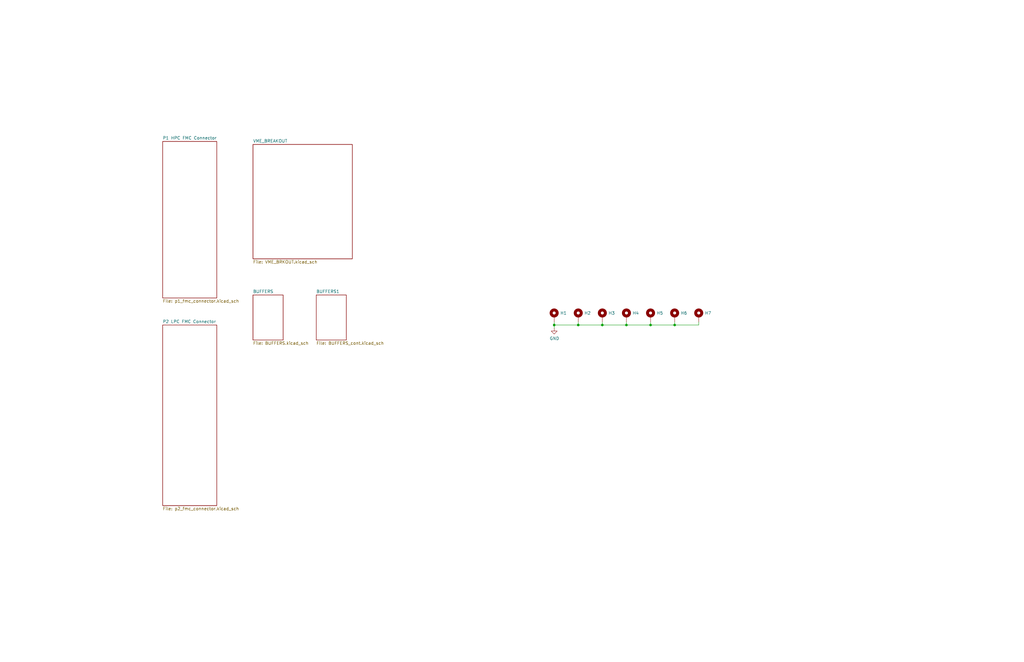
<source format=kicad_sch>
(kicad_sch (version 20231120) (generator "eeschema") (generator_version "8.0")
  (paper "B")
  (lib_symbols
    (symbol "Mechanical:MountingHole_Pad" (pin_numbers hide) (pin_names (offset 1.016) hide)
      (property "Reference" "H" (at 0 6.35 0))
      (property "Value" "MountingHole_Pad" (at 0 4.445 0))
      (symbol "MountingHole_Pad_0_1"
        (circle (center 0 1.27) (radius 1.27) (stroke (width 1.27)))
      )
      (symbol "MountingHole_Pad_1_1"
        (pin input line (at 0 -2.54 90) (length 2.54) (name "1") (number "1"))
      )
    )
    (symbol "power:GND" (power) (pin_names (offset 0))
      (property "Value" "GND" (at 0 -3.81 0))
      (symbol "GND_0_1"
        (polyline (pts (xy 0 0) (xy 0 -1.27) (xy 1.27 -1.27) (xy 0 -2.54) (xy -1.27 -1.27) (xy 0 -1.27)))
      )
      (symbol "GND_1_1"
        (pin power_in line (at 0 0 270) (length 0) hide (name "GND") (number "1"))
      )
    )
  )
  (junction (at 284.48 137.16))
  (junction (at 264.16 137.16))
  (junction (at 274.32 137.16))
  (junction (at 254 137.16))
  (junction (at 233.68 137.16))
  (junction (at 243.84 137.16))
  (wire (pts (xy 264.16 137.16) (xy 264.16 135.89)))
  (wire (pts (xy 233.68 137.16) (xy 243.84 137.16)))
  (wire (pts (xy 233.68 138.43) (xy 233.68 137.16)))
  (wire (pts (xy 254 137.16) (xy 264.16 137.16)))
  (wire (pts (xy 274.32 137.16) (xy 274.32 135.89)))
  (wire (pts (xy 254 137.16) (xy 254 135.89)))
  (wire (pts (xy 233.68 137.16) (xy 233.68 135.89)))
  (wire (pts (xy 284.48 137.16) (xy 294.64 137.16)))
  (wire (pts (xy 243.84 137.16) (xy 243.84 135.89)))
  (wire (pts (xy 243.84 137.16) (xy 254 137.16)))
  (wire (pts (xy 274.32 137.16) (xy 284.48 137.16)))
  (wire (pts (xy 284.48 137.16) (xy 284.48 135.89)))
  (wire (pts (xy 264.16 137.16) (xy 274.32 137.16)))
  (wire (pts (xy 294.64 137.16) (xy 294.64 135.89)))
  (symbol (lib_id "Mechanical:MountingHole_Pad") (at 284.48 133.35 0) (unit 1) (in_bom no)
    (property "Reference" "H6" (at 287.02 132.1054 0) (effects (justify left)))
    (property "Value" "MountingHole_Pad" (effects (hide yes)))
    (property "Footprint" "MountingHole:MountingHole_2.7mm_M2.5_ISO7380_Pad_TopBottom" (effects (hide yes)))
  )
  (symbol (lib_id "Mechanical:MountingHole_Pad") (at 243.84 133.35 0) (unit 1) (in_bom no)
    (property "Reference" "H2" (at 246.38 132.1054 0) (effects (justify left)))
    (property "Value" "MountingHole_Pad" (effects (hide yes)))
    (property "Footprint" "MountingHole:MountingHole_2.7mm_M2.5_ISO7380_Pad_TopBottom" (effects (hide yes)))
  )
  (symbol (lib_id "Mechanical:MountingHole_Pad") (at 274.32 133.35 0) (unit 1) (in_bom no)
    (property "Reference" "H5" (at 276.86 132.1054 0) (effects (justify left)))
    (property "Value" "MountingHole_Pad" (effects (hide yes)))
    (property "Footprint" "MountingHole:MountingHole_2.7mm_M2.5_ISO7380_Pad_TopBottom" (effects (hide yes)))
  )
  (symbol (lib_id "Mechanical:MountingHole_Pad") (at 294.64 133.35 0) (unit 1) (in_bom no)
    (property "Reference" "H7" (at 297.18 132.1054 0) (effects (justify left)))
    (property "Value" "MountingHole_Pad" (effects (hide yes)))
    (property "Footprint" "MountingHole:MountingHole_2.7mm_M2.5_ISO7380_Pad_TopBottom" (effects (hide yes)))
  )
  (symbol (lib_id "Mechanical:MountingHole_Pad") (at 264.16 133.35 0) (unit 1) (in_bom no)
    (property "Reference" "H4" (at 266.7 132.1054 0) (effects (justify left)))
    (property "Value" "MountingHole_Pad" (effects (hide yes)))
    (property "Footprint" "MountingHole:MountingHole_2.7mm_M2.5_ISO7380_Pad_TopBottom" (effects (hide yes)))
  )
  (symbol (lib_id "Mechanical:MountingHole_Pad") (at 254 133.35 0) (unit 1) (in_bom no)
    (property "Reference" "H3" (at 256.54 132.1054 0) (effects (justify left)))
    (property "Value" "MountingHole_Pad" (effects (hide yes)))
    (property "Footprint" "MountingHole:MountingHole_2.7mm_M2.5_ISO7380_Pad_TopBottom" (effects (hide yes)))
  )
  (symbol (lib_id "Mechanical:MountingHole_Pad") (at 233.68 133.35 0) (unit 1) (in_bom no)
    (property "Reference" "H1" (at 236.22 132.1054 0) (effects (justify left)))
    (property "Value" "MountingHole_Pad" (effects (hide yes)))
    (property "Footprint" "MountingHole:MountingHole_2.7mm_M2.5_ISO7380_Pad_TopBottom" (effects (hide yes)))
  )
  (symbol (lib_id "power:GND") (at 233.68 138.43 0) (unit 1)
    (property "Reference" "#PWR03" (effects (hide yes)))
    (property "Value" "GND" (at 233.807 142.8242 0))
  )
  (sheet (at 133.35 124.46) (size 12.7 19.05) (stroke (width 0.1524))
    (property "Sheetname" "BUFFERS1" (at 133.35 123.7484 0) (effects (justify left bottom)))
    (property "Sheetfile" "BUFFERS_cont.kicad_sch" (at 133.35 144.0946 0) (effects (justify left top)))
  )
  (sheet (at 106.68 60.96) (size 41.91 48.26) (stroke (width 0.1524))
    (property "Sheetname" "VME_BREAKOUT" (at 106.68 60.2484 0) (effects (justify left bottom)))
    (property "Sheetfile" "VME_BRKOUT.kicad_sch" (at 106.68 109.8046 0) (effects (justify left top)))
  )
  (sheet (at 106.68 124.46) (size 12.7 19.05) (stroke (width 0.1524))
    (property "Sheetname" "BUFFERS" (at 106.68 123.7484 0) (effects (justify left bottom)))
    (property "Sheetfile" "BUFFERS.kicad_sch" (at 106.68 144.0946 0) (effects (justify left top)))
  )
  (sheet (at 68.58 137.16) (size 22.86 76.2) (stroke (width 0.1524))
    (property "Sheetname" "P2 LPC FMC Connector" (at 68.58 136.4484 0) (effects (justify left bottom)))
    (property "Sheetfile" "p2_fmc_connector.kicad_sch" (at 68.58 213.9446 0) (effects (justify left top)))
  )
  (sheet (at 68.58 59.69) (size 22.86 66.04) (stroke (width 0.1524))
    (property "Sheetname" "P1 HPC FMC Connector" (at 68.58 58.9784 0) (effects (justify left bottom)))
    (property "Sheetfile" "p1_fmc_connector.kicad_sch" (at 68.58 126.3146 0) (effects (justify left top)))
  )
)
</source>
